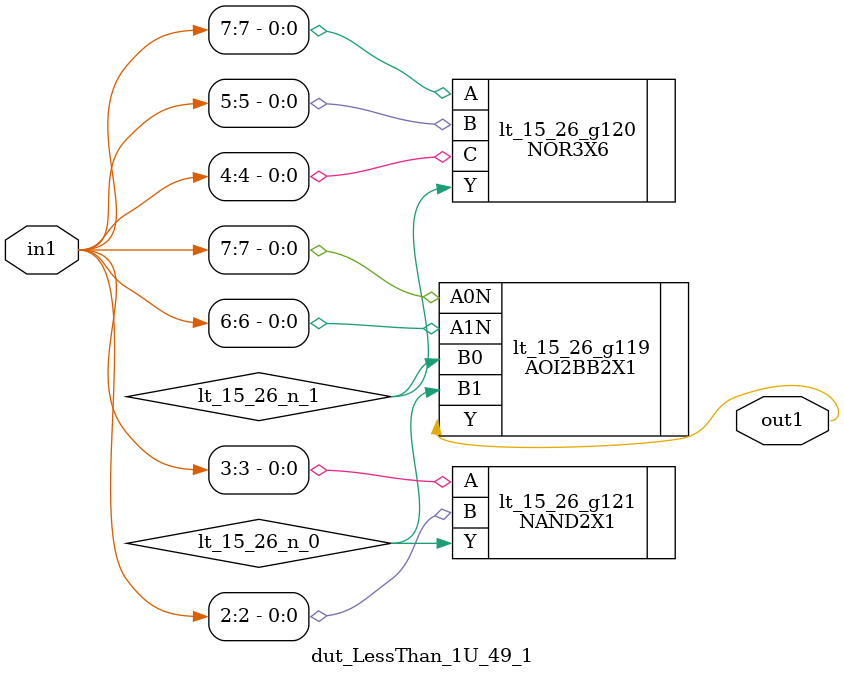
<source format=v>
`timescale 1ps / 1ps


module dut_LessThan_1U_49_1(in1, out1);
  input [7:0] in1;
  output out1;
  wire [7:0] in1;
  wire out1;
  wire lt_15_26_n_0, lt_15_26_n_1;
  AOI2BB2X1 lt_15_26_g119(.A0N (in1[7]), .A1N (in1[6]), .B0
       (lt_15_26_n_1), .B1 (lt_15_26_n_0), .Y (out1));
  NOR3X6 lt_15_26_g120(.A (in1[7]), .B (in1[5]), .C (in1[4]), .Y
       (lt_15_26_n_1));
  NAND2X1 lt_15_26_g121(.A (in1[3]), .B (in1[2]), .Y (lt_15_26_n_0));
endmodule



</source>
